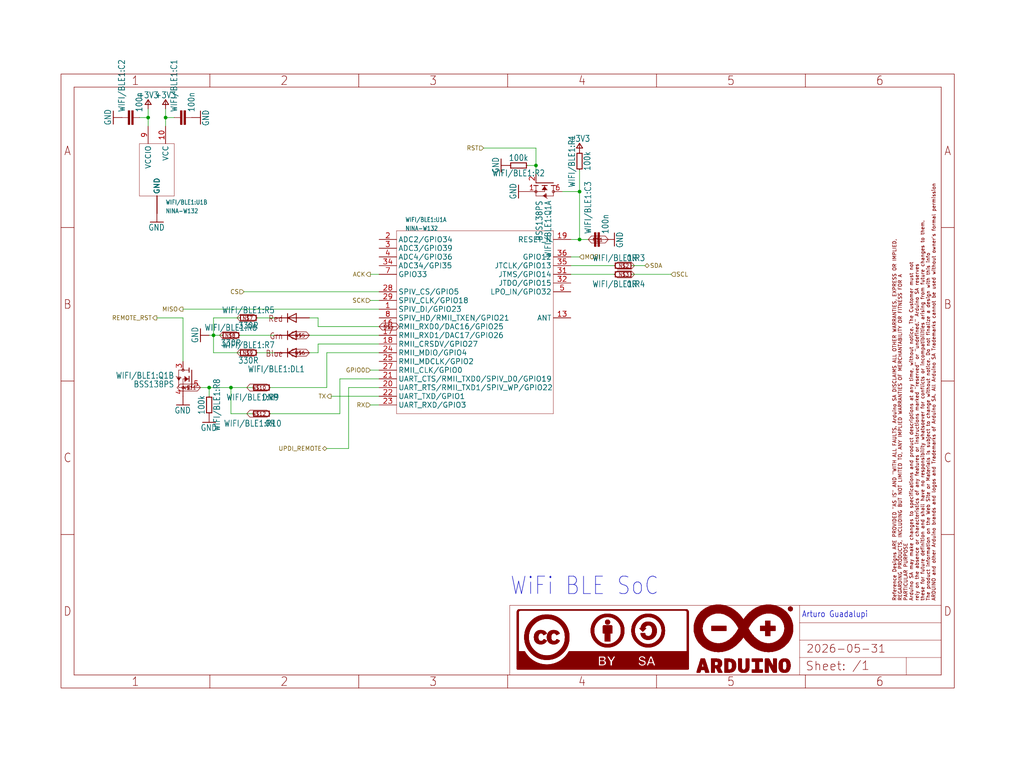
<source format=kicad_sch>
(kicad_sch (version 20250114) (generator "eeschema") (generator_version "9.0")
  (paper "User" 298.45 221.59)
  (lib_symbols
    (symbol "UNOWiFiREV2V4.0-eagle-import:+3V3" (power)
      (symbol "+3V3_1_0"
        (pin power_in line (at 0 -2.54 90) (length 2.54) (name "+3V3") (number "1"))
      )
    )
    (symbol "UNOWiFiREV2V4.0-eagle-import:A4L-LOC"
      (symbol "A4L-LOC_1_0"
        (text "A" (at 1.905 156.6863 0) (effects (font (size 2.54 2.286))))
        (text "B" (at 1.905 111.9188 0) (effects (font (size 2.54 2.286))))
        (text "C" (at 1.905 67.1513 0) (effects (font (size 2.54 2.286))))
        (text "D" (at 1.905 22.3838 0) (effects (font (size 2.54 2.286))))
        (text "1" (at 21.6958 177.165 0) (effects (font (size 2.54 2.286))))
        (text "1" (at 21.6958 1.905 0) (effects (font (size 2.54 2.286))))
        (text "2" (at 65.0875 177.165 0) (effects (font (size 2.54 2.286))))
        (text "2" (at 65.0875 1.905 0) (effects (font (size 2.54 2.286))))
        (text "3" (at 108.4792 177.165 0) (effects (font (size 2.54 2.286))))
        (text "3" (at 108.4792 1.905 0) (effects (font (size 2.54 2.286))))
        (text "4" (at 151.8708 177.165 0) (effects (font (size 2.54 2.286))))
        (text "4" (at 151.8708 1.905 0) (effects (font (size 2.54 2.286))))
        (text "5" (at 195.2625 177.165 0) (effects (font (size 2.54 2.286))))
        (text "5" (at 195.2625 1.905 0) (effects (font (size 2.54 2.286))))
        (text "Sheet:" (at 216.916 4.953 0) (effects (font (size 2.54 2.54)) (justify left bottom)))
        (text "${PROJECTNAME}" (at 217.17 15.24 0) (effects (font (size 2.54 2.54)) (justify left bottom)))
        (text "${CURRENT_DATE}" (at 217.17 10.16 0) (effects (font (size 2.286 2.286)) (justify left bottom)))
        (text "${#}/${##}" (at 230.505 5.08 0) (effects (font (size 2.54 2.54)) (justify left bottom)))
        (text "6" (at 238.6542 177.165 0) (effects (font (size 2.54 2.286))))
        (text "6" (at 238.6542 1.905 0) (effects (font (size 2.54 2.286))))
        (text "Reference Designs ARE PROVIDED \"AS IS\" AND \"WITH ALL FAULTS. Arduino SA DISCLAIMS ALL OTHER WARRANTIES, EXPRESS OR IMPLIED,\nREGARDING PRODUCTS, INCLUDING BUT NOT LIMITED TO, ANY IMPLIED WARRANTIES OF MERCHANTABILITY OR FITNESS FOR A\nPARTICULAR PURPOSE\nArduino SA may make changes to specifications and product descriptions at any time, without notice. The Customer must not\nrely on the absence or characteristics of any features or instructions marked \"reserved\" or \"undefined.\" Arduino SA reserves\nthese for future definition and shall have no responsibility whatsoever for conflicts or incompatibilities arising from future changes to them.\nThe product information on the Web Site or Materials is subject to change without notice. Do not finalize a design with this info\nARDUINO and other Arduino brands and logos and Trademarks of Arduino SA. All Arduino SA Trademarks cannot be used without owner's formal permission" (at 254.96 25.415 900) (effects (font (size 1.016 1.016)) (justify left bottom)))
        (text "A" (at 258.445 156.6863 0) (effects (font (size 2.54 2.286))))
        (text "B" (at 258.445 111.9188 0) (effects (font (size 2.54 2.286))))
        (text "C" (at 258.445 67.1513 0) (effects (font (size 2.54 2.286))))
        (text "D" (at 258.445 22.3838 0) (effects (font (size 2.54 2.286))))
      )
    )
    (symbol "UNOWiFiREV2V4.0-eagle-import:BSS138PS"
      (property "Reference" "Q" (at 2.54 0 0))
      (symbol "BSS138PS_1_0"
        (pin passive line (at -5.08 -2.54 0) (length 2.54) (name "G") (number "2"))
        (pin passive line (at 0 5.08 270) (length 2.54) (name "D") (number "6"))
        (pin passive line (at 0 -5.08 90) (length 2.54) (name "S") (number "1"))
      )
      (symbol "BSS138PS_2_0"
        (pin passive line (at -5.08 -2.54 0) (length 2.54) (name "G") (number "5"))
        (pin passive line (at 0 5.08 270) (length 2.54) (name "D") (number "3"))
        (pin passive line (at 0 -5.08 90) (length 2.54) (name "S") (number "4"))
      )
    )
    (symbol "UNOWiFiREV2V4.0-eagle-import:C-0402"
      (property "Reference" "C" (at 1.524 1.651 0))
      (symbol "C-0402_1_0"
        (pin passive line (at 0 2.54 270) (length 0) (name "1") (number "1"))
        (pin passive line (at 0 -2.54 90) (length 0) (name "2") (number "2"))
      )
    )
    (symbol "UNOWiFiREV2V4.0-eagle-import:GND" (power)
      (symbol "GND_1_0"
        (pin power_in line (at 0 2.54 270) (length 2.54) (name "GND") (number "1"))
      )
    )
    (symbol "UNOWiFiREV2V4.0-eagle-import:NINA-W1X"
      (property "Reference" "U" (at 2.54 -10.16 0))
      (symbol "NINA-W1X_1_0"
        (pin bidirectional line (at -27.94 22.86 0) (length 5.08) (name "ADC2/GPIO34") (number "2"))
        (pin bidirectional line (at -27.94 20.32 0) (length 5.08) (name "ADC3/GPIO39") (number "3"))
        (pin bidirectional line (at -27.94 17.78 0) (length 5.08) (name "ADC4/GPIO36") (number "4"))
        (pin bidirectional line (at -27.94 15.24 0) (length 5.08) (name "ADC34/GPI35") (number "34"))
        (pin bidirectional line (at -27.94 12.7 0) (length 5.08) (name "GPIO33") (number "7"))
        (pin bidirectional line (at -27.94 7.62 0) (length 5.08) (name "SPIV_CS/GPIO5") (number "28"))
        (pin bidirectional line (at -27.94 5.08 0) (length 5.08) (name "SPIV_CLK/GPIO18") (number "29"))
        (pin bidirectional line (at -27.94 2.54 0) (length 5.08) (name "SPIV_DI/GPIO23") (number "1"))
        (pin bidirectional line (at -27.94 0 0) (length 5.08) (name "SPIV_HD/RMII_TXEN/GPIO21") (number "8"))
        (pin bidirectional line (at -27.94 -2.54 0) (length 5.08) (name "RMII_RXD0/DAC16/GPIO25") (number "16"))
        (pin bidirectional line (at -27.94 -5.08 0) (length 5.08) (name "RMII_RXD1/DAC17/GPIO26") (number "17"))
        (pin bidirectional line (at -27.94 -7.62 0) (length 5.08) (name "RMII_CRSDV/GPIO27") (number "18"))
        (pin bidirectional line (at -27.94 -10.16 0) (length 5.08) (name "RMII_MDIO/GPIO4") (number "24"))
        (pin bidirectional line (at -27.94 -12.7 0) (length 5.08) (name "RMII_MDCLK/GPIO2") (number "25"))
        (pin bidirectional line (at -27.94 -15.24 0) (length 5.08) (name "RMII_CLK/GPIO0") (number "27"))
        (pin bidirectional line (at -27.94 -17.78 0) (length 5.08) (name "UART_CTS/RMII_TXD0/SPIV_D0/GPIO19") (number "21"))
        (pin bidirectional line (at -27.94 -20.32 0) (length 5.08) (name "UART_RTS/RMII_TXD1/SPIV_WP/GPIO22") (number "20"))
        (pin bidirectional line (at -27.94 -22.86 0) (length 5.08) (name "UART_TXD/GPIO1") (number "22"))
        (pin bidirectional line (at -27.94 -25.4 0) (length 5.08) (name "UART_RXD/GPIO3") (number "23"))
        (pin bidirectional line (at 27.94 22.86 180) (length 5.08) (name "RESET_N") (number "19"))
        (pin bidirectional line (at 27.94 17.78 180) (length 5.08) (name "GPIO12") (number "36"))
        (pin bidirectional line (at 27.94 15.24 180) (length 5.08) (name "JTCLK/GPIO13") (number "35"))
        (pin bidirectional line (at 27.94 12.7 180) (length 5.08) (name "JTMS/GPIO14") (number "31"))
        (pin bidirectional line (at 27.94 10.16 180) (length 5.08) (name "JTDO/GPIO15") (number "32"))
        (pin bidirectional line (at 27.94 7.62 180) (length 5.08) (name "LPO_IN/GPIO32") (number "5"))
        (pin bidirectional line (at 27.94 0 180) (length 5.08) (name "ANT") (number "13"))
      )
      (symbol "NINA-W1X_2_0"
        (pin bidirectional line (at -2.54 12.7 270) (length 5.08) (name "VCCIO") (number "9"))
        (pin bidirectional line (at 0 -12.7 90) (length 5.08) (name "GND") (number "12"))
        (pin bidirectional line (at 0 -12.7 90) (length 5.08) (name "GND") (number "14"))
        (pin bidirectional line (at 0 -12.7 90) (length 5.08) (name "GND") (number "26"))
        (pin bidirectional line (at 0 -12.7 90) (length 5.08) (name "GND") (number "30"))
        (pin bidirectional line (at 0 -12.7 90) (length 5.08) (name "GND") (number "6"))
        (pin bidirectional line (at 0 -12.7 90) (length 5.08) (name "GND") (number "GND@1"))
        (pin bidirectional line (at 0 -12.7 90) (length 5.08) (name "GND") (number "GND@10"))
        (pin bidirectional line (at 0 -12.7 90) (length 5.08) (name "GND") (number "GND@11"))
        (pin bidirectional line (at 0 -12.7 90) (length 5.08) (name "GND") (number "GND@12"))
        (pin bidirectional line (at 0 -12.7 90) (length 5.08) (name "GND") (number "GND@2"))
        (pin bidirectional line (at 0 -12.7 90) (length 5.08) (name "GND") (number "GND@3"))
        (pin bidirectional line (at 0 -12.7 90) (length 5.08) (name "GND") (number "GND@4"))
        (pin bidirectional line (at 0 -12.7 90) (length 5.08) (name "GND") (number "GND@5"))
        (pin bidirectional line (at 0 -12.7 90) (length 5.08) (name "GND") (number "GND@6"))
        (pin bidirectional line (at 0 -12.7 90) (length 5.08) (name "GND") (number "GND@7"))
        (pin bidirectional line (at 0 -12.7 90) (length 5.08) (name "GND") (number "GND@8"))
        (pin bidirectional line (at 0 -12.7 90) (length 5.08) (name "GND") (number "GND@9"))
        (pin bidirectional line (at 2.54 12.7 270) (length 5.08) (name "VCC") (number "10"))
      )
    )
    (symbol "UNOWiFiREV2V4.0-eagle-import:R-0402"
      (property "Reference" "R" (at 0 1.27 0))
      (symbol "R-0402_1_0"
        (pin passive line (at -2.54 0 0) (length 0) (name "1") (number "1"))
        (pin passive line (at 2.54 0 180) (length 0) (name "2") (number "2"))
      )
    )
    (symbol "UNOWiFiREV2V4.0-eagle-import:RGBLED5050"
      (property "Reference" "DL" (at -3.81 8.89 0))
      (symbol "RGBLED5050_1_0"
        (text "Blue" (at 2.54 6.35 0) (effects (font (size 1.778 1.5113)) (justify left bottom)))
        (text "Grn" (at 2.54 1.27 0) (effects (font (size 1.778 1.5113)) (justify left bottom)))
        (text "Red" (at 2.54 -3.81 0) (effects (font (size 1.778 1.5113)) (justify left bottom)))
        (pin bidirectional line (at -5.08 5.08 0) (length 0) (name "BLUE_A") (number "3"))
        (pin bidirectional line (at -5.08 0 0) (length 0) (name "GREEN_A") (number "1"))
        (pin bidirectional line (at -5.08 -5.08 0) (length 0) (name "RED_A") (number "2"))
        (pin bidirectional line (at 5.08 5.08 180) (length 0) (name "BLUE_C") (number "4"))
        (pin bidirectional line (at 5.08 0 180) (length 0) (name "GREEN_C") (number "6"))
        (pin bidirectional line (at 5.08 -5.08 180) (length 0) (name "RED_C") (number "5"))
      )
    )
  )
  (text "WiFi BLE SoC" (at 148.59 173.99 0) (effects (font (size 5.08 4.318)) (justify left bottom)))
  (text "Arturo Guadalupi" (at 233.68 180.34 0) (effects (font (size 1.778 1.5113)) (justify left bottom)))
  (junction (at 168.91 69.85))
  (junction (at 156.21 48.26))
  (junction (at 48.26 34.29))
  (junction (at 43.18 34.29))
  (junction (at 168.91 55.88))
  (junction (at 67.31 113.03))
  (junction (at 62.23 97.79))
  (junction (at 60.96 113.03))
  (wire (pts (xy 69.85 97.79) (xy 80.01 97.79)) (stroke (width 0.1524)))
  (wire (pts (xy 40.64 34.29) (xy 43.18 34.29)) (stroke (width 0.1524)))
  (wire (pts (xy 67.31 113.03) (xy 73.66 113.03)) (stroke (width 0.1524)))
  (wire (pts (xy 92.71 100.33) (xy 110.49 100.33)) (stroke (width 0.1524)))
  (wire (pts (xy 62.23 97.79) (xy 62.23 92.71)) (stroke (width 0.1524)))
  (wire (pts (xy 73.66 120.65) (xy 67.31 120.65)) (stroke (width 0.1524)))
  (wire (pts (xy 184.15 80.01) (xy 195.58 80.01)) (stroke (width 0.1524)))
  (wire (pts (xy 67.31 120.65) (xy 67.31 113.03)) (stroke (width 0.1524)))
  (wire (pts (xy 110.49 95.25) (xy 92.71 95.25)) (stroke (width 0.1524)))
  (wire (pts (xy 110.49 118.11) (xy 107.95 118.11)) (stroke (width 0.1524)))
  (wire (pts (xy 90.17 97.79) (xy 110.49 97.79)) (stroke (width 0.1524)))
  (wire (pts (xy 153.67 48.26) (xy 156.21 48.26)) (stroke (width 0.1524)))
  (wire (pts (xy 179.07 77.47) (xy 166.37 77.47)) (stroke (width 0.1524)))
  (wire (pts (xy 60.96 97.79) (xy 62.23 97.79)) (stroke (width 0.1524)))
  (wire (pts (xy 110.49 107.95) (xy 107.95 107.95)) (stroke (width 0.1524)))
  (wire (pts (xy 168.91 69.85) (xy 166.37 69.85)) (stroke (width 0.1524)))
  (wire (pts (xy 90.17 102.87) (xy 92.71 102.87)) (stroke (width 0.1524)))
  (wire (pts (xy 99.06 120.65) (xy 99.06 110.49)) (stroke (width 0.1524)))
  (wire (pts (xy 163.83 55.88) (xy 168.91 55.88)) (stroke (width 0.1524)))
  (wire (pts (xy 43.18 34.29) (xy 43.18 36.83)) (stroke (width 0.1524)))
  (wire (pts (xy 110.49 115.57) (xy 96.52 115.57)) (stroke (width 0.1524)))
  (wire (pts (xy 60.96 113.03) (xy 67.31 113.03)) (stroke (width 0.1524)))
  (wire (pts (xy 95.25 113.03) (xy 95.25 102.87)) (stroke (width 0.1524)))
  (wire (pts (xy 78.74 120.65) (xy 99.06 120.65)) (stroke (width 0.1524)))
  (wire (pts (xy 62.23 102.87) (xy 62.23 97.79)) (stroke (width 0.1524)))
  (wire (pts (xy 99.06 110.49) (xy 110.49 110.49)) (stroke (width 0.1524)))
  (wire (pts (xy 110.49 87.63) (xy 107.95 87.63)) (stroke (width 0.1524)))
  (wire (pts (xy 69.85 102.87) (xy 62.23 102.87)) (stroke (width 0.1524)))
  (wire (pts (xy 53.34 105.41) (xy 53.34 92.71)) (stroke (width 0.1524)))
  (wire (pts (xy 74.93 102.87) (xy 80.01 102.87)) (stroke (width 0.1524)))
  (wire (pts (xy 110.49 113.03) (xy 101.6 113.03)) (stroke (width 0.1524)))
  (wire (pts (xy 45.72 92.71) (xy 53.34 92.71)) (stroke (width 0.1524)))
  (wire (pts (xy 43.18 31.75) (xy 43.18 34.29)) (stroke (width 0.1524)))
  (wire (pts (xy 166.37 74.93) (xy 168.91 74.93)) (stroke (width 0.1524)))
  (wire (pts (xy 71.12 85.09) (xy 110.49 85.09)) (stroke (width 0.1524)))
  (wire (pts (xy 60.96 113.03) (xy 60.96 115.57)) (stroke (width 0.1524)))
  (wire (pts (xy 58.42 113.03) (xy 60.96 113.03)) (stroke (width 0.1524)))
  (wire (pts (xy 48.26 34.29) (xy 50.8 34.29)) (stroke (width 0.1524)))
  (wire (pts (xy 179.07 80.01) (xy 166.37 80.01)) (stroke (width 0.1524)))
  (wire (pts (xy 78.74 113.03) (xy 95.25 113.03)) (stroke (width 0.1524)))
  (wire (pts (xy 48.26 34.29) (xy 48.26 36.83)) (stroke (width 0.1524)))
  (wire (pts (xy 156.21 43.18) (xy 140.97 43.18)) (stroke (width 0.1524)))
  (wire (pts (xy 92.71 102.87) (xy 92.71 100.33)) (stroke (width 0.1524)))
  (wire (pts (xy 53.34 90.17) (xy 110.49 90.17)) (stroke (width 0.1524)))
  (wire (pts (xy 171.45 69.85) (xy 168.91 69.85)) (stroke (width 0.1524)))
  (wire (pts (xy 156.21 48.26) (xy 156.21 50.8)) (stroke (width 0.1524)))
  (wire (pts (xy 92.71 92.71) (xy 90.17 92.71)) (stroke (width 0.1524)))
  (wire (pts (xy 184.15 77.47) (xy 187.96 77.47)) (stroke (width 0.1524)))
  (wire (pts (xy 62.23 92.71) (xy 69.85 92.71)) (stroke (width 0.1524)))
  (wire (pts (xy 62.23 97.79) (xy 64.77 97.79)) (stroke (width 0.1524)))
  (wire (pts (xy 156.21 48.26) (xy 156.21 43.18)) (stroke (width 0.1524)))
  (wire (pts (xy 168.91 49.53) (xy 168.91 55.88)) (stroke (width 0.1524)))
  (wire (pts (xy 95.25 102.87) (xy 110.49 102.87)) (stroke (width 0.1524)))
  (wire (pts (xy 168.91 55.88) (xy 168.91 69.85)) (stroke (width 0.1524)))
  (wire (pts (xy 74.93 92.71) (xy 80.01 92.71)) (stroke (width 0.1524)))
  (wire (pts (xy 110.49 80.01) (xy 107.95 80.01)) (stroke (width 0.1524)))
  (wire (pts (xy 101.6 130.81) (xy 95.25 130.81)) (stroke (width 0.1524)))
  (wire (pts (xy 92.71 95.25) (xy 92.71 92.71)) (stroke (width 0.1524)))
  (wire (pts (xy 48.26 31.75) (xy 48.26 34.29)) (stroke (width 0.1524)))
  (wire (pts (xy 101.6 113.03) (xy 101.6 130.81)) (stroke (width 0.1524)))
  (global_label "N$8" (shape bidirectional) (at 69.85 97.79 180) (effects (font (size 1.016 1.016))) (property "Intersheetrefs" "${INTERSHEET_REFS}" (effects (hide yes))))
  (global_label "N$9" (shape bidirectional) (at 74.93 102.87 180) (effects (font (size 1.016 1.016))) (property "Intersheetrefs" "${INTERSHEET_REFS}" (effects (hide yes))))
  (global_label "N$2" (shape bidirectional) (at 179.07 77.47 0) (effects (font (size 1.016 1.016))) (property "Intersheetrefs" "${INTERSHEET_REFS}" (effects (hide yes))))
  (global_label "N$1" (shape bidirectional) (at 171.45 69.85 0) (effects (font (size 1.016 1.016))) (property "Intersheetrefs" "${INTERSHEET_REFS}" (effects (hide yes))))
  (global_label "N$12" (shape bidirectional) (at 78.74 120.65 180) (effects (font (size 1.016 1.016))) (property "Intersheetrefs" "${INTERSHEET_REFS}" (effects (hide yes))))
  (global_label "N$11" (shape bidirectional) (at 58.42 113.03 180) (effects (font (size 1.016 1.016))) (property "Intersheetrefs" "${INTERSHEET_REFS}" (effects (hide yes))))
  (global_label "N$3" (shape bidirectional) (at 179.07 80.01 0) (effects (font (size 1.016 1.016))) (property "Intersheetrefs" "${INTERSHEET_REFS}" (effects (hide yes))))
  (global_label "N$5" (shape bidirectional) (at 90.17 97.79 180) (effects (font (size 1.016 1.016))) (property "Intersheetrefs" "${INTERSHEET_REFS}" (effects (hide yes))))
  (global_label "N$6" (shape bidirectional) (at 90.17 102.87 180) (effects (font (size 1.016 1.016))) (property "Intersheetrefs" "${INTERSHEET_REFS}" (effects (hide yes))))
  (global_label "N$4" (shape bidirectional) (at 110.49 95.25 0) (effects (font (size 1.016 1.016))) (property "Intersheetrefs" "${INTERSHEET_REFS}" (effects (hide yes))))
  (global_label "N$7" (shape bidirectional) (at 74.93 92.71 180) (effects (font (size 1.016 1.016))) (property "Intersheetrefs" "${INTERSHEET_REFS}" (effects (hide yes))))
  (global_label "N$10" (shape bidirectional) (at 78.74 113.03 180) (effects (font (size 1.016 1.016))) (property "Intersheetrefs" "${INTERSHEET_REFS}" (effects (hide yes))))
  (hierarchical_label "SCK" (shape input) (at 107.95 87.63 180) (effects (font (size 1.2446 1.2446))))
  (hierarchical_label "UPDI_REMOTE" (shape bidirectional) (at 95.25 130.81 180) (effects (font (size 1.2446 1.2446))))
  (hierarchical_label "TX" (shape output) (at 96.52 115.57 180) (effects (font (size 1.2446 1.2446))))
  (hierarchical_label "GPIO0" (shape input) (at 107.95 107.95 180) (effects (font (size 1.2446 1.2446))))
  (hierarchical_label "REMOTE_RST" (shape output) (at 45.72 92.71 180) (effects (font (size 1.2446 1.2446))))
  (hierarchical_label "ACK" (shape output) (at 107.95 80.01 180) (effects (font (size 1.2446 1.2446))))
  (hierarchical_label "CS" (shape input) (at 71.12 85.09 180) (effects (font (size 1.2446 1.2446))))
  (hierarchical_label "MOSI" (shape input) (at 168.91 74.93 0) (effects (font (size 1.2446 1.2446))))
  (hierarchical_label "SCL" (shape input) (at 195.58 80.01 0) (effects (font (size 1.2446 1.2446))))
  (hierarchical_label "RX" (shape input) (at 107.95 118.11 180) (effects (font (size 1.2446 1.2446))))
  (hierarchical_label "MISO" (shape output) (at 53.34 90.17 180) (effects (font (size 1.2446 1.2446))))
  (hierarchical_label "RST" (shape input) (at 140.97 43.18 180) (effects (font (size 1.2446 1.2446))))
  (hierarchical_label "SDA" (shape bidirectional) (at 187.96 77.47 0) (effects (font (size 1.2446 1.2446))))
  (symbol (lib_id "UNOWiFiREV2V4.0-eagle-import:R-0402") (at 151.13 48.26 180) (unit 1)
    (property "Reference" "WIFI/BLE1:R2" (at 151.13 49.53 0) (effects (font (size 1.778 1.5113)) (justify bottom)))
    (property "Value" "100k" (at 151.13 46.99 0) (effects (font (size 1.778 1.5113)) (justify top)))
    (property "Footprint" "UNOWiFiREV2V4.0:0402-1005X55N" (effects (hide yes)))
  )
  (symbol (lib_id "UNOWiFiREV2V4.0-eagle-import:R-0402") (at 60.96 118.11 270) (unit 1)
    (property "Reference" "WIFI/BLE1:R8" (at 62.23 118.11 0) (effects (font (size 1.778 1.5113)) (justify bottom)))
    (property "Value" "100k" (at 59.69 118.11 0) (effects (font (size 1.778 1.5113)) (justify top)))
    (property "Footprint" "UNOWiFiREV2V4.0:0402-1005X55N" (effects (hide yes)))
  )
  (symbol (lib_id "UNOWiFiREV2V4.0-eagle-import:R-0402") (at 76.2 120.65 0) (unit 1)
    (property "Reference" "WIFI/BLE1:R10" (at 73.66 124.46 0) (effects (font (size 1.778 1.5113)) (justify bottom)))
    (property "Value" "0R" (at 78.74 124.46 0) (effects (font (size 1.778 1.5113)) (justify bottom)))
    (property "Footprint" "UNOWiFiREV2V4.0:0402-1005X55N" (effects (hide yes)))
  )
  (symbol (lib_id "UNOWiFiREV2V4.0-eagle-import:C-0402") (at 53.34 34.29 90) (unit 1)
    (property "Reference" "WIFI/BLE1:C1" (at 51.689 32.766 0) (effects (font (size 1.778 1.5113)) (justify left bottom)))
    (property "Value" "100n" (at 56.769 32.766 0) (effects (font (size 1.778 1.5113)) (justify left bottom)))
    (property "Footprint" "UNOWiFiREV2V4.0:0402-1005X55N" (effects (hide yes)))
  )
  (symbol (lib_id "UNOWiFiREV2V4.0-eagle-import:RGBLED5050") (at 85.09 97.79 180) (unit 1)
    (property "Reference" "WIFI/BLE1:DL1" (at 88.9 106.68 0) (effects (font (size 1.778 1.5113)) (justify left bottom)))
    (property "Value" "RGB" (effects (hide yes)))
    (property "Footprint" "UNOWiFiREV2V4.0:RGBLED" (effects (hide yes)))
  )
  (symbol (lib_id "UNOWiFiREV2V4.0-eagle-import:GND") (at 58.42 34.29 90) (unit 1)
    (property "Reference" "WIFI/BLE1:#GND2" (effects (hide yes)))
    (property "Value" "GND" (at 60.96 36.83 0) (effects (font (size 1.778 1.5113)) (justify left bottom)))
  )
  (symbol (lib_id "UNOWiFiREV2V4.0-eagle-import:GND") (at 60.96 123.19 0) (unit 1)
    (property "Reference" "WIFI/BLE1:#GND9" (effects (hide yes)))
    (property "Value" "GND" (at 58.42 125.73 0) (effects (font (size 1.778 1.5113)) (justify left bottom)))
  )
  (symbol (lib_id "UNOWiFiREV2V4.0-eagle-import:R-0402") (at 76.2 113.03 0) (unit 1)
    (property "Reference" "WIFI/BLE1:R9" (at 73.66 116.84 0) (effects (font (size 1.778 1.5113)) (justify bottom)))
    (property "Value" "DNP" (at 78.74 116.84 0) (effects (font (size 1.778 1.5113)) (justify bottom)))
    (property "Footprint" "UNOWiFiREV2V4.0:0402-1005X55N" (effects (hide yes)))
  )
  (symbol (lib_id "UNOWiFiREV2V4.0-eagle-import:C-0402") (at 173.99 69.85 90) (unit 1)
    (property "Reference" "WIFI/BLE1:C3" (at 172.339 68.326 0) (effects (font (size 1.778 1.5113)) (justify left bottom)))
    (property "Value" "100n" (at 177.419 68.326 0) (effects (font (size 1.778 1.5113)) (justify left bottom)))
    (property "Footprint" "UNOWiFiREV2V4.0:0402-1005X55N" (effects (hide yes)))
  )
  (symbol (lib_id "UNOWiFiREV2V4.0-eagle-import:GND") (at 58.42 97.79 270) (unit 1)
    (property "Reference" "WIFI/BLE1:#GND7" (effects (hide yes)))
    (property "Value" "GND" (at 55.88 95.25 0) (effects (font (size 1.778 1.5113)) (justify left bottom)))
  )
  (symbol (lib_id "UNOWiFiREV2V4.0-eagle-import:+3V3") (at 43.18 29.21 0) (unit 1)
    (property "Reference" "WIFI/BLE1:#+3V1" (effects (hide yes)))
    (property "Value" "+3V3" (at 43.18 28.702 0) (effects (font (size 1.778 1.5113)) (justify bottom)))
  )
  (symbol (lib_id "UNOWiFiREV2V4.0-eagle-import:GND") (at 179.07 69.85 90) (unit 1)
    (property "Reference" "WIFI/BLE1:#GND4" (effects (hide yes)))
    (property "Value" "GND" (at 181.61 72.39 0) (effects (font (size 1.778 1.5113)) (justify left bottom)))
  )
  (symbol (lib_id "UNOWiFiREV2V4.0-eagle-import:NINA-W1X") (at 138.43 92.71 0) (unit 1)
    (property "Reference" "WIFI/BLE1:U1" (at 118.11 64.77 0) (effects (font (size 1.27 1.0795)) (justify left bottom)))
    (property "Value" "NINA-W132" (at 118.11 67.31 0) (effects (font (size 1.27 1.0795)) (justify left bottom)))
    (property "Footprint" "UNOWiFiREV2V4.0:NINA-W1X" (effects (hide yes)))
  )
  (symbol (lib_id "UNOWiFiREV2V4.0-eagle-import:R-0402") (at 67.31 97.79 0) (unit 1)
    (property "Reference" "WIFI/BLE1:R6" (at 67.31 96.52 0) (effects (font (size 1.778 1.5113)) (justify bottom)))
    (property "Value" "330R" (at 67.31 99.06 0) (effects (font (size 1.778 1.5113)) (justify top)))
    (property "Footprint" "UNOWiFiREV2V4.0:0402-1005X55N" (effects (hide yes)))
  )
  (symbol (lib_id "UNOWiFiREV2V4.0-eagle-import:R-0402") (at 72.39 102.87 0) (unit 1)
    (property "Reference" "WIFI/BLE1:R7" (at 72.39 101.6 0) (effects (font (size 1.778 1.5113)) (justify bottom)))
    (property "Value" "330R" (at 72.39 104.14 0) (effects (font (size 1.778 1.5113)) (justify top)))
    (property "Footprint" "UNOWiFiREV2V4.0:0402-1005X55N" (effects (hide yes)))
  )
  (symbol (lib_id "UNOWiFiREV2V4.0-eagle-import:+3V3") (at 168.91 41.91 0) (unit 1)
    (property "Reference" "WIFI/BLE1:#+3V3" (effects (hide yes)))
    (property "Value" "+3V3" (at 168.91 41.402 0) (effects (font (size 1.778 1.5113)) (justify bottom)))
  )
  (symbol (lib_id "UNOWiFiREV2V4.0-eagle-import:+3V3") (at 48.26 29.21 0) (unit 1)
    (property "Reference" "WIFI/BLE1:#+3V2" (effects (hide yes)))
    (property "Value" "+3V3" (at 48.26 28.702 0) (effects (font (size 1.778 1.5113)) (justify bottom)))
  )
  (symbol (lib_id "UNOWiFiREV2V4.0-eagle-import:R-0402") (at 181.61 77.47 0) (unit 1)
    (property "Reference" "WIFI/BLE1:R3" (at 180.34 76.2 0) (effects (font (size 1.778 1.5113)) (justify bottom)))
    (property "Value" "0R" (at 184.15 76.2 0) (effects (font (size 1.778 1.5113)) (justify bottom)))
    (property "Footprint" "UNOWiFiREV2V4.0:0402-1005X55N" (effects (hide yes)))
  )
  (symbol (lib_id "UNOWiFiREV2V4.0-eagle-import:R-0402") (at 72.39 92.71 0) (unit 1)
    (property "Reference" "WIFI/BLE1:R5" (at 72.39 91.44 0) (effects (font (size 1.778 1.5113)) (justify bottom)))
    (property "Value" "330R" (at 72.39 93.98 0) (effects (font (size 1.778 1.5113)) (justify top)))
    (property "Footprint" "UNOWiFiREV2V4.0:0402-1005X55N" (effects (hide yes)))
  )
  (symbol (lib_id "UNOWiFiREV2V4.0-eagle-import:R-0402") (at 168.91 46.99 90) (unit 1)
    (property "Reference" "WIFI/BLE1:R1" (at 167.64 46.99 0) (effects (font (size 1.778 1.5113)) (justify bottom)))
    (property "Value" "100k" (at 170.18 46.99 0) (effects (font (size 1.778 1.5113)) (justify top)))
    (property "Footprint" "UNOWiFiREV2V4.0:0402-1005X55N" (effects (hide yes)))
  )
  (symbol (lib_id "UNOWiFiREV2V4.0-eagle-import:R-0402") (at 181.61 80.01 0) (unit 1)
    (property "Reference" "WIFI/BLE1:R4" (at 180.34 83.82 0) (effects (font (size 1.778 1.5113)) (justify bottom)))
    (property "Value" "0R" (at 184.15 83.82 0) (effects (font (size 1.778 1.5113)) (justify bottom)))
    (property "Footprint" "UNOWiFiREV2V4.0:0402-1005X55N" (effects (hide yes)))
  )
  (symbol (lib_id "UNOWiFiREV2V4.0-eagle-import:GND") (at 33.02 34.29 270) (unit 1)
    (property "Reference" "WIFI/BLE1:#GND3" (effects (hide yes)))
    (property "Value" "GND" (at 30.48 31.75 0) (effects (font (size 1.778 1.5113)) (justify left bottom)))
  )
  (symbol (lib_id "UNOWiFiREV2V4.0-eagle-import:C-0402") (at 38.1 34.29 90) (unit 1)
    (property "Reference" "WIFI/BLE1:C2" (at 36.449 32.766 0) (effects (font (size 1.778 1.5113)) (justify left bottom)))
    (property "Value" "100n" (at 41.529 32.766 0) (effects (font (size 1.778 1.5113)) (justify left bottom)))
    (property "Footprint" "UNOWiFiREV2V4.0:0402-1005X55N" (effects (hide yes)))
  )
  (symbol (lib_id "UNOWiFiREV2V4.0-eagle-import:A4L-LOC") (at 17.78 200.66 0) (unit 1)
    (property "Reference" "WIFI/BLE1:FRAME1" (effects (hide yes)))
    (property "Value" "DNP" (effects (hide yes)))
    (property "Footprint" "UNOWiFiREV2V4.0:FRAME" (effects (hide yes)))
  )
  (symbol (lib_id "UNOWiFiREV2V4.0-eagle-import:BSS138PS") (at 158.75 55.88 270) (unit 1)
    (property "Reference" "WIFI/BLE1:Q1" (at 158.75 58.42 0) (effects (font (size 1.778 1.5113)) (justify left bottom)))
    (property "Value" "BSS138PS" (at 156.21 58.42 0) (effects (font (size 1.778 1.5113)) (justify left bottom)))
    (property "Footprint" "UNOWiFiREV2V4.0:SOT363" (effects (hide yes)))
  )
  (symbol (lib_id "UNOWiFiREV2V4.0-eagle-import:GND") (at 53.34 118.11 0) (unit 1)
    (property "Reference" "WIFI/BLE1:#GND8" (effects (hide yes)))
    (property "Value" "GND" (at 50.8 120.65 0) (effects (font (size 1.778 1.5113)) (justify left bottom)))
  )
  (symbol (lib_id "UNOWiFiREV2V4.0-eagle-import:GND") (at 151.13 55.88 270) (unit 1)
    (property "Reference" "WIFI/BLE1:#GND5" (effects (hide yes)))
    (property "Value" "GND" (at 148.59 53.34 0) (effects (font (size 1.778 1.5113)) (justify left bottom)))
  )
  (symbol (lib_id "UNOWiFiREV2V4.0-eagle-import:NINA-W1X") (at 45.72 49.53 0) (unit 2)
    (property "Reference" "WIFI/BLE1:U1" (at 48.26 59.69 0) (effects (font (size 1.27 1.0795)) (justify left bottom)))
    (property "Value" "NINA-W132" (at 48.26 62.23 0) (effects (font (size 1.27 1.0795)) (justify left bottom)))
    (property "Footprint" "UNOWiFiREV2V4.0:NINA-W1X" (effects (hide yes)))
  )
  (symbol (lib_id "UNOWiFiREV2V4.0-eagle-import:GND") (at 146.05 48.26 270) (unit 1)
    (property "Reference" "WIFI/BLE1:#GND6" (effects (hide yes)))
    (property "Value" "GND" (at 143.51 45.72 0) (effects (font (size 1.778 1.5113)) (justify left bottom)))
  )
  (symbol (lib_id "UNOWiFiREV2V4.0-eagle-import:BSS138PS") (at 53.34 110.49 0) (mirror y) (unit 2)
    (property "Reference" "WIFI/BLE1:Q1" (at 50.8 110.49 0) (effects (font (size 1.778 1.5113)) (justify left bottom)))
    (property "Value" "BSS138PS" (at 50.8 113.03 0) (effects (font (size 1.778 1.5113)) (justify left bottom)))
    (property "Footprint" "UNOWiFiREV2V4.0:SOT363" (effects (hide yes)))
  )
  (symbol (lib_id "UNOWiFiREV2V4.0-eagle-import:GND") (at 45.72 64.77 0) (unit 1)
    (property "Reference" "WIFI/BLE1:#GND1" (effects (hide yes)))
    (property "Value" "GND" (at 43.18 67.31 0) (effects (font (size 1.778 1.5113)) (justify left bottom)))
  )
)
</source>
